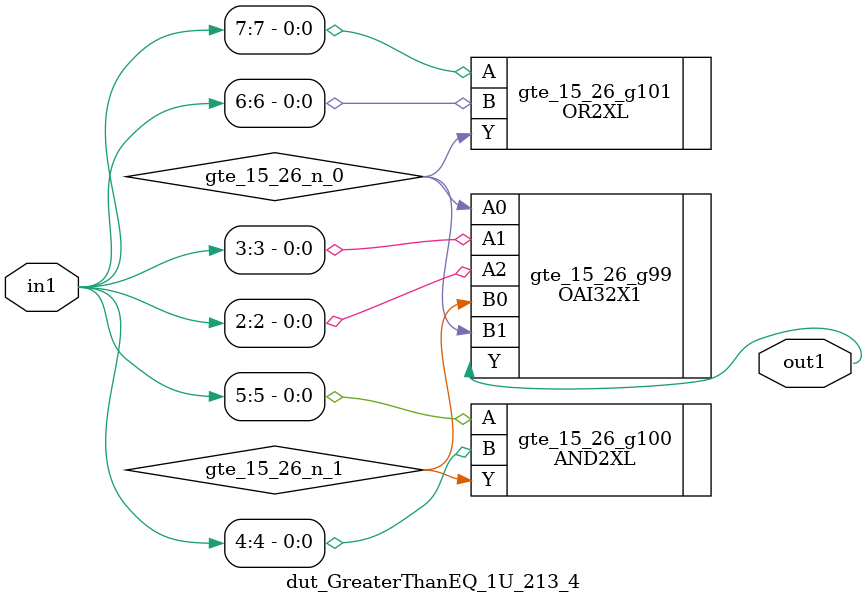
<source format=v>
`timescale 1ps / 1ps


module dut_GreaterThanEQ_1U_213_4(in1, out1);
  input [7:0] in1;
  output out1;
  wire [7:0] in1;
  wire out1;
  wire gte_15_26_n_0, gte_15_26_n_1;
  OAI32X1 gte_15_26_g99(.A0 (gte_15_26_n_0), .A1 (in1[3]), .A2
       (in1[2]), .B0 (gte_15_26_n_1), .B1 (gte_15_26_n_0), .Y (out1));
  AND2XL gte_15_26_g100(.A (in1[5]), .B (in1[4]), .Y (gte_15_26_n_1));
  OR2XL gte_15_26_g101(.A (in1[7]), .B (in1[6]), .Y (gte_15_26_n_0));
endmodule



</source>
